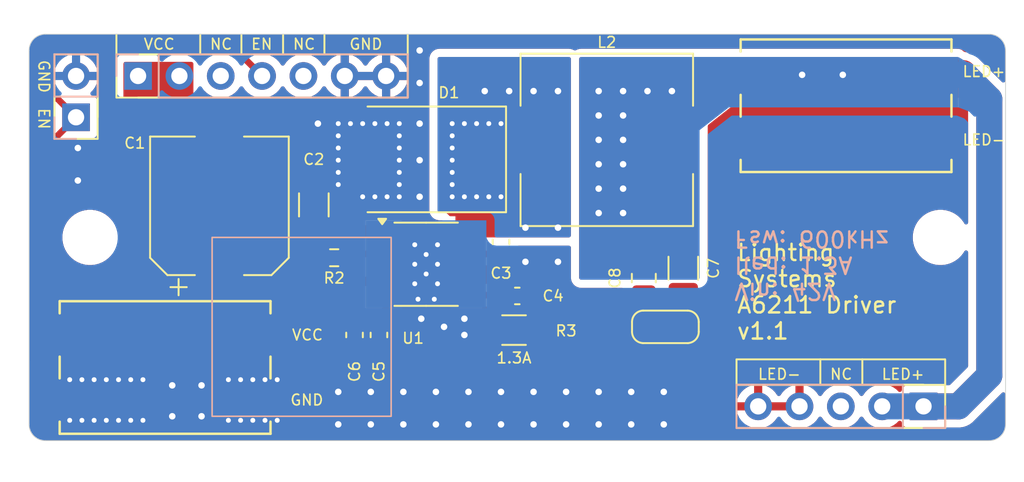
<source format=kicad_pcb>
(kicad_pcb (version 20240108) (generator "pcbnew") (generator_version "8.0")
  (layers (0 "F.Cu" signal) (31 "B.Cu" signal) (34 "B.Paste" user) (35 "F.Paste" user) (36 "B.SilkS" user "B.Silkscreen") (37 "F.SilkS" user "F.Silkscreen") (38 "B.Mask" user) (39 "F.Mask" user) (44 "Edge.Cuts" user))
  (net 0 "")
  (net 1 "VCC")
  (net 2 "GND")
  (net 3 "/BOOT")
  (net 4 "/VCC_INT")
  (net 5 "LED-")
  (net 6 "EN")
  (net 7 "LED+")
  (net 11 "Net-(U1-TON)")
  (net 12 "Net-(JP1-B)")
  (net 13 "/SW")
  (net 14 "Net-(JP1-A)")
  (footprint "Capacitor_SMD:C_0603_1608Metric" (layer "F.Cu") (at 163 129.1)
    (property "Reference" "C4" (at 2.2 0 0) (layer "F.SilkS") (effects (font (size 0.66 0.66) (thickness 0.1))))
    (property "Value" "100nF")
    (fp_line (start -0.14058 -0.51) (end 0.14058 -0.51) (stroke (width 0.12)) (layer "F.SilkS"))
    (fp_line (start -0.14058 0.51) (end 0.14058 0.51) (stroke (width 0.12)) (layer "F.SilkS"))
    (pad "1" smd roundrect (at -0.775 0) (size 0.9 0.95) (layers "F.Cu" "F.Paste" "F.Mask") (net 4 "/VCC_INT"))
    (pad "2" smd roundrect (at 0.775 0) (size 0.9 0.95) (layers "F.Cu" "F.Paste" "F.Mask") (net 2 "GND"))
  )
  (footprint "MountingHole:MountingHole_3.2mm_M3" (layer "F.Cu") (at 136.75 125.5)
    (property "Reference" "H2" (hide yes))
    (property "Value" "MountingHole")
    (pad "" np_thru_hole circle (at 0 0) (size 3.2 3.2) (drill 3.2) (layers "*.Cu" "*.Mask"))
  )
  (footprint "Jumper:SolderJumper-3_P1.3mm_Open_RoundedPad1.0x1.5mm_NumberLabels" (layer "F.Cu") (at 172.1 131)
    (property "Reference" "JP1" (hide yes))
    (property "Value" "Jumper_3_Open")
    (fp_line (start -2.05 0.3) (end -2.05 -0.3) (stroke (width 0.12)) (layer "F.SilkS"))
    (fp_line (start -1.4 -1) (end 1.4 -1) (stroke (width 0.12)) (layer "F.SilkS"))
    (fp_line (start 1.4 1) (end -1.4 1) (stroke (width 0.12)) (layer "F.SilkS"))
    (fp_line (start 2.05 -0.3) (end 2.05 0.3) (stroke (width 0.12)) (layer "F.SilkS"))
    (fp_arc (start -2.05 -0.3) (mid -1.844975 -0.794975) (end -1.35 -1) (stroke (width 0.12)) (layer "F.SilkS"))
    (fp_arc (start -1.35 1) (mid -1.844975 0.794975) (end -2.05 0.3) (stroke (width 0.12)) (layer "F.SilkS"))
    (fp_arc (start 1.35 -1) (mid 1.844975 -0.794975) (end 2.05 -0.3) (stroke (width 0.12)) (layer "F.SilkS"))
    (fp_arc (start 2.05 0.3) (mid 1.844975 0.794975) (end 1.35 1) (stroke (width 0.12)) (layer "F.SilkS"))
    (pad "1" smd custom (at -1.3 0) (size 1 0.5) (layers "F.Cu" "F.Mask") (net 14 "Net-(JP1-A)") (options (clearance outline) (anchor rect)) (primitives (gr_circle (center 0 0.25) (end 0.5 0.25) (width 0) (fill yes)) (gr_circle (center 0 -0.25) (end 0.5 -0.25) (width 0) (fill yes)) (gr_poly (pts (xy 0.55 0.75) (xy 0 0.75) (xy 0 -0.75) (xy 0.55 -0.75)) (width 0) (fill yes))))
    (pad "2" smd rect (at 0 0) (size 1 1.5) (layers "F.Cu" "F.Mask") (net 5 "LED-"))
    (pad "3" smd custom (at 1.3 0) (size 1 0.5) (layers "F.Cu" "F.Mask") (net 12 "Net-(JP1-B)") (options (clearance outline) (anchor rect)) (primitives (gr_circle (center 0 0.25) (end 0.5 0.25) (width 0) (fill yes)) (gr_circle (center 0 -0.25) (end 0.5 -0.25) (width 0) (fill yes)) (gr_poly (pts (xy 0 0.75) (xy -0.55 0.75) (xy -0.55 -0.75) (xy 0 -0.75)) (width 0) (fill yes))))
  )
  (footprint "Resistor_SMD:R_1206_3216Metric" (layer "F.Cu") (at 162.8 131.2 180)
    (property "Reference" "R3" (at -3.2 -0.05 180) (layer "F.SilkS") (effects (font (size 0.66 0.66) (thickness 0.1))))
    (property "Value" "0.15R")
    (fp_line (start -0.727064 0.91) (end 0.727064 0.91) (stroke (width 0.12)) (layer "F.SilkS"))
    (fp_line (start -0.727064 -0.91) (end 0.727064 -0.91) (stroke (width 0.12)) (layer "F.SilkS"))
    (pad "1" smd roundrect (at -1.4625 0 180) (size 1.125 1.75) (layers "F.Cu" "F.Paste" "F.Mask") (roundrect_rratio 0.222222) (net 5 "LED-"))
    (pad "2" smd roundrect (at 1.4625 0 180) (size 1.125 1.75) (layers "F.Cu" "F.Paste" "F.Mask") (roundrect_rratio 0.222222) (net 2 "GND"))
  )
  (footprint "Capacitor_SMD:C_1206_3216Metric" (layer "F.Cu") (at 173.2 127.4 -90)
    (property "Reference" "C7" (at 0 -1.85 90) (layer "F.SilkS") (effects (font (size 0.66 0.66) (thickness 0.1))))
    (property "Value" "2.2uF")
    (fp_line (start -0.711252 0.91) (end 0.711252 0.91) (stroke (width 0.12)) (layer "F.SilkS"))
    (fp_line (start -0.711252 -0.91) (end 0.711252 -0.91) (stroke (width 0.12)) (layer "F.SilkS"))
    (pad "1" smd roundrect (at -1.475 0 270) (size 1.15 1.8) (layers "F.Cu" "F.Paste" "F.Mask") (roundrect_rratio 0.217391) (net 7 "LED+"))
    (pad "2" smd roundrect (at 1.475 0 270) (size 1.15 1.8) (layers "F.Cu" "F.Paste" "F.Mask") (roundrect_rratio 0.217391) (net 12 "Net-(JP1-B)"))
  )
  (footprint "Capacitor_SMD:C_1206_3216Metric" (layer "F.Cu") (at 150.5 123.5 90)
    (property "Reference" "C2" (at 2.8 0 180) (layer "F.SilkS") (effects (font (size 0.66 0.66) (thickness 0.1))))
    (property "Value" "4.7uF")
    (fp_line (start -0.711252 -0.91) (end 0.711252 -0.91) (stroke (width 0.12)) (layer "F.SilkS"))
    (fp_line (start -0.711252 0.91) (end 0.711252 0.91) (stroke (width 0.12)) (layer "F.SilkS"))
    (pad "1" smd roundrect (at -1.475 0 90) (size 1.15 1.8) (layers "F.Cu" "F.Paste" "F.Mask") (roundrect_rratio 0.217391) (net 1 "VCC"))
    (pad "2" smd roundrect (at 1.475 0 90) (size 1.15 1.8) (layers "F.Cu" "F.Paste" "F.Mask") (roundrect_rratio 0.217391) (net 2 "GND"))
  )
  (footprint "Capacitor_SMD:C_0603_1608Metric" (layer "F.Cu") (at 162 125.775 -90)
    (property "Reference" "C3" (at 1.925 0 180) (layer "F.SilkS") (effects (font (size 0.66 0.66) (thickness 0.1))))
    (property "Value" "47nF")
    (fp_line (start -0.14058 0.51) (end 0.14058 0.51) (stroke (width 0.12)) (layer "F.SilkS"))
    (fp_line (start -0.14058 -0.51) (end 0.14058 -0.51) (stroke (width 0.12)) (layer "F.SilkS"))
    (pad "1" smd roundrect (at -0.775 0 270) (size 0.9 0.95) (layers "F.Cu" "F.Paste" "F.Mask") (net 13 "/SW"))
    (pad "2" smd roundrect (at 0.775 0 270) (size 0.9 0.95) (layers "F.Cu" "F.Paste" "F.Mask") (net 3 "/BOOT"))
  )
  (footprint "Inductor_SMD:L_10.4x10.4_H4.8" (layer "F.Cu") (at 168.5 119.5)
    (property "Reference" "L2" (at 0 -6 0) (layer "F.SilkS") (effects (font (size 0.66 0.66) (thickness 0.1))))
    (property "Value" "10uH")
    (fp_line (start -5.3 -5.3) (end 5.3 -5.3) (stroke (width 0.12)) (layer "F.SilkS"))
    (fp_line (start -5.3 -2.1) (end -5.3 -5.3) (stroke (width 0.12)) (layer "F.SilkS"))
    (fp_line (start -5.3 5.3) (end -5.3 2.1) (stroke (width 0.12)) (layer "F.SilkS"))
    (fp_line (start 5.3 -5.3) (end 5.3 -2.1) (stroke (width 0.12)) (layer "F.SilkS"))
    (fp_line (start 5.3 2.1) (end 5.3 5.3) (stroke (width 0.12)) (layer "F.SilkS"))
    (fp_line (start 5.3 5.3) (end -5.3 5.3) (stroke (width 0.12)) (layer "F.SilkS"))
    (pad "1" smd rect (at -4.15 0) (size 2.7 3.6) (layers "F.Cu" "F.Paste" "F.Mask") (net 13 "/SW"))
    (pad "2" smd rect (at 4.15 0) (size 2.7 3.6) (layers "F.Cu" "F.Paste" "F.Mask") (net 7 "LED+"))
  )
  (footprint "MountingHole:MountingHole_3.2mm_M3" (layer "F.Cu") (at 189 125.5)
    (property "Reference" "H1" (hide yes))
    (property "Value" "MountingHole")
    (pad "" np_thru_hole circle (at 0 0) (size 3.2 3.2) (drill 3.2) (layers "*.Cu" "*.Mask"))
  )
  (footprint "Capacitor_SMD:CP_Elec_8x10" (layer "F.Cu") (at 144.7 123.5575 90)
    (property "Reference" "C1" (at 3.8575 -5.2 180) (layer "F.SilkS") (effects (font (size 0.66 0.66) (thickness 0.1))))
    (property "Value" "47uF")
    (fp_line (start 4.26 -4.26) (end 4.26 -1.51) (stroke (width 0.12)) (layer "F.SilkS"))
    (fp_line (start -3.195563 -4.26) (end 4.26 -4.26) (stroke (width 0.12)) (layer "F.SilkS"))
    (fp_line (start -4.26 -3.195563) (end -3.195563 -4.26) (stroke (width 0.12)) (layer "F.SilkS"))
    (fp_line (start -4.26 -3.195563) (end -4.26 -1.51) (stroke (width 0.12)) (layer "F.SilkS"))
    (fp_line (start -5 -3.01) (end -5 -2.01) (stroke (width 0.12)) (layer "F.SilkS"))
    (fp_line (start -5.5 -2.51) (end -4.5 -2.51) (stroke (width 0.12)) (layer "F.SilkS"))
    (fp_line (start -4.26 3.195563) (end -4.26 1.51) (stroke (width 0.12)) (layer "F.SilkS"))
    (fp_line (start -4.26 3.195563) (end -3.195563 4.26) (stroke (width 0.12)) (layer "F.SilkS"))
    (fp_line (start 4.26 4.26) (end 4.26 1.51) (stroke (width 0.12)) (layer "F.SilkS"))
    (fp_line (start -3.195563 4.26) (end 4.26 4.26) (stroke (width 0.12)) (layer "F.SilkS"))
    (pad "1" smd roundrect (at -3.25 0 90) (size 3.5 2.5) (layers "F.Cu" "F.Paste" "F.Mask") (roundrect_rratio 0.1) (net 1 "VCC"))
    (pad "2" smd roundrect (at 3.25 0 90) (size 3.5 2.5) (layers "F.Cu" "F.Paste" "F.Mask") (roundrect_rratio 0.1) (net 2 "GND"))
  )
  (footprint "Resistor_SMD:R_0603_1608Metric_Pad0.98x0.95mm_HandSolder" (layer "F.Cu") (at 151.75 126.75)
    (property "Reference" "R2" (at 0 1.25 0) (layer "F.SilkS") (effects (font (size 0.66 0.66) (thickness 0.1))))
    (property "Value" "120k")
    (fp_line (start -0.254724 -0.5225) (end 0.254724 -0.5225) (stroke (width 0.12)) (layer "F.SilkS"))
    (fp_line (start -0.254724 0.5225) (end 0.254724 0.5225) (stroke (width 0.12)) (layer "F.SilkS"))
    (pad "1" smd roundrect (at -0.9125 0) (size 0.975 0.95) (layers "F.Cu" "F.Paste" "F.Mask") (net 1 "VCC"))
    (pad "2" smd roundrect (at 0.9125 0) (size 0.975 0.95) (layers "F.Cu" "F.Paste" "F.Mask") (net 11 "Net-(U1-TON)"))
  )
  (footprint "Capacitor_SMD:C_0805_2012Metric" (layer "F.Cu") (at 170.775 128 -90)
    (property "Reference" "C8" (at 0 1.775 270) (layer "F.SilkS") (effects (font (size 0.66 0.66) (thickness 0.1))))
    (property "Value" "470nF")
    (fp_line (start -0.261252 0.735) (end 0.261252 0.735) (stroke (width 0.12)) (layer "F.SilkS"))
    (fp_line (start -0.261252 -0.735) (end 0.261252 -0.735) (stroke (width 0.12)) (layer "F.SilkS"))
    (pad "1" smd roundrect (at -0.95 0 270) (size 1 1.45) (layers "F.Cu" "F.Paste" "F.Mask") (net 7 "LED+"))
    (pad "2" smd roundrect (at 0.95 0 270) (size 1 1.45) (layers "F.Cu" "F.Paste" "F.Mask") (net 14 "Net-(JP1-A)"))
  )
  (footprint "MHCI:2060-452-998-404 Wago" (layer "F.Cu") (at 183.2 117.4 90)
    (property "Reference" "J1" (hide yes))
    (property "Value" "Conn_01x02")
    (fp_line (start 4.077 -6.477) (end 3.332741 -6.477) (stroke (width 0.1524)) (layer "F.SilkS"))
    (fp_line (start 0.667261 -6.477) (end -0.667261 -6.477) (stroke (width 0.1524)) (layer "F.SilkS"))
    (fp_line (start -3.332741 -6.477) (end -4.077 -6.477) (stroke (width 0.1524)) (layer "F.SilkS"))
    (fp_line (start -4.077 -6.477) (end -4.077 6.477) (stroke (width 0.1524)) (layer "F.SilkS"))
    (fp_line (start 4.077 6.477) (end 4.077 -6.477) (stroke (width 0.1524)) (layer "F.SilkS"))
    (fp_line (start 3.332741 6.477) (end 4.077 6.477) (stroke (width 0.1524)) (layer "F.SilkS"))
    (fp_line (start -0.667261 6.477) (end 0.667261 6.477) (stroke (width 0.1524)) (layer "F.SilkS"))
    (fp_line (start -4.077 6.477) (end -3.332741 6.477) (stroke (width 0.1524)) (layer "F.SilkS"))
    (pad "1" smd rect (at -2.000001 -5.405001 90) (size 2 3.500001) (layers "F.Cu" "F.Paste" "F.Mask") (net 5 "LED-"))
    (pad "1" smd rect (at -2.000001 3.844999 90) (size 2 6) (layers "F.Cu" "F.Paste" "F.Mask") (net 5 "LED-"))
    (pad "2" smd rect (at 2.000001 -5.405001 90) (size 2 3.500001) (layers "F.Cu" "F.Paste" "F.Mask") (net 7 "LED+"))
    (pad "2" smd rect (at 2.000001 3.844999 90) (size 2 6) (layers "F.Cu" "F.Paste" "F.Mask") (net 7 "LED+"))
  )
  (footprint "Capacitor_SMD:C_0603_1608Metric" (layer "F.Cu") (at 154.5 131.5 -90)
    (property "Reference" "C5" (at 2.25 0 90) (layer "F.SilkS") (effects (font (size 0.66 0.66) (thickness 0.1))))
    (property "Value" "100nF")
    (fp_line (start -0.140581 0.51) (end 0.140581 0.51) (stroke (width 0.12)) (layer "F.SilkS"))
    (fp_line (start -0.140581 -0.51) (end 0.140581 -0.51) (stroke (width 0.12)) (layer "F.SilkS"))
    (pad "1" smd roundrect (at -0.775 0 270) (size 0.9 0.95) (layers "F.Cu" "F.Paste" "F.Mask") (net 5 "LED-"))
    (pad "2" smd roundrect (at 0.775 0 270) (size 0.9 0.95) (layers "F.Cu" "F.Paste" "F.Mask") (net 2 "GND"))
  )
  (footprint "Diode_SMD:D_SMC" (layer "F.Cu") (at 157.4 120.7 180)
    (property "Reference" "D1" (at -1.4 4.1 180) (layer "F.SilkS") (effects (font (size 0.66 0.66) (thickness 0.1))))
    (property "Value" "D_Schottky")
    (fp_line (start -4.91 3.25) (end 3.599999 3.25) (stroke (width 0.12)) (layer "F.SilkS"))
    (fp_line (start -4.91 3.25) (end -4.91 -3.25) (stroke (width 0.12)) (layer "F.SilkS"))
    (fp_line (start -4.91 -3.25) (end 3.599999 -3.25) (stroke (width 0.12)) (layer "F.SilkS"))
    (pad "1" smd roundrect (at -3.4 0 270) (size 3.3 2.5) (layers "F.Cu" "F.Paste" "F.Mask") (roundrect_rratio 0.1) (net 13 "/SW"))
    (pad "2" smd roundrect (at 3.4 0 270) (size 3.3 2.5) (layers "F.Cu" "F.Paste" "F.Mask") (roundrect_rratio 0.1) (net 2 "GND"))
  )
  (footprint "Capacitor_SMD:C_0603_1608Metric" (layer "F.Cu") (at 153 131.5 -90)
    (property "Reference" "C6" (at 2.25 0 90) (layer "F.SilkS") (effects (font (size 0.66 0.66) (thickness 0.1))))
    (property "Value" "10nF")
    (fp_line (start -0.140581 0.51) (end 0.140581 0.51) (stroke (width 0.12)) (layer "F.SilkS"))
    (fp_line (start -0.140581 -0.51) (end 0.140581 -0.51) (stroke (width 0.12)) (layer "F.SilkS"))
    (pad "1" smd roundrect (at -0.775 0 270) (size 0.9 0.95) (layers "F.Cu" "F.Paste" "F.Mask") (net 6 "EN"))
    (pad "2" smd roundrect (at 0.775 0 270) (size 0.9 0.95) (layers "F.Cu" "F.Paste" "F.Mask") (net 2 "GND"))
  )
  (footprint "Package_SO:SOIC-8-1EP_3.9x4.9mm_P1.27mm_EP2.41x3.3mm_ThermalVias" (layer "F.Cu") (at 157.4 127.15)
    (property "Reference" "U1" (at -0.8 4.55 0) (layer "F.SilkS") (effects (font (size 0.66 0.66) (thickness 0.1))))
    (property "Value" "A6211")
    (fp_line (start 0 -2.56) (end -1.95 -2.56) (stroke (width 0.12)) (layer "F.SilkS"))
    (fp_line (start 0 -2.56) (end 1.95 -2.56) (stroke (width 0.12)) (layer "F.SilkS"))
    (fp_line (start 0 2.56) (end -1.95 2.56) (stroke (width 0.12)) (layer "F.SilkS"))
    (fp_line (start 0 2.56) (end 1.95 2.56) (stroke (width 0.12)) (layer "F.SilkS"))
    (fp_poly (pts (xy -2.7 -2.465) (xy -2.94 -2.795) (xy -2.46 -2.795) (xy -2.7 -2.465)) (stroke (width 0.12)) (fill solid) (layer "F.SilkS"))
    (pad "1" smd roundrect (at -2.475 -1.905) (size 1.95 0.6) (layers "F.Cu" "F.Paste" "F.Mask") (net 1 "VCC"))
    (pad "2" smd roundrect (at -2.475 -0.635) (size 1.95 0.6) (layers "F.Cu" "F.Paste" "F.Mask") (net 11 "Net-(U1-TON)"))
    (pad "3" smd roundrect (at -2.475 0.635) (size 1.95 0.6) (layers "F.Cu" "F.Paste" "F.Mask") (net 6 "EN"))
    (pad "4" smd roundrect (at -2.475 1.905) (size 1.95 0.6) (layers "F.Cu" "F.Paste" "F.Mask") (net 5 "LED-"))
    (pad "5" smd roundrect (at 2.475 1.905) (size 1.95 0.6) (layers "F.Cu" "F.Paste" "F.Mask") (net 4 "/VCC_INT"))
    (pad "6" smd roundrect (at 2.475 0.635) (size 1.95 0.6) (layers "F.Cu" "F.Paste" "F.Mask") (net 2 "GND"))
    (pad "7" smd roundrect (at 2.475 -0.635) (size 1.95 0.6) (layers "F.Cu" "F.Paste" "F.Mask") (net 3 "/BOOT"))
    (pad "8" smd roundrect (at 2.475 -1.905) (size 1.95 0.6) (layers "F.Cu" "F.Paste" "F.Mask") (net 13 "/SW"))
    (pad "9" thru_hole circle (at -0.7 -1.2) (size 0.5 0.5) (drill 0.3) (property pad_prop_heatsink) (layers "*.Cu") (net 2 "GND"))
    (pad "9" thru_hole circle (at -0.7 0) (size 0.5 0.5) (drill 0.3) (property pad_prop_heatsink) (layers "*.Cu") (net 2 "GND"))
    (pad "9" thru_hole circle (at -0.7 1.2) (size 0.5 0.5) (drill 0.3) (property pad_prop_heatsink) (layers "*.Cu") (net 2 "GND"))
    (pad "9" thru_hole circle (at 0 -0.6) (size 0.5 0.5) (drill 0.3) (property pad_prop_heatsink) (layers "*.Cu") (net 2 "GND"))
    (pad "9" smd rect (at 0 0) (size 1.9 2.9) (property pad_prop_heatsink) (layers "B.Cu") (net 2 "GND"))
    (pad "9" smd rect (at 0 0) (size 2.41 3.3) (property pad_prop_heatsink) (layers "F.Cu" "F.Mask") (net 2 "GND"))
    (pad "9" thru_hole circle (at 0 0.6) (size 0.5 0.5) (drill 0.3) (property pad_prop_heatsink) (layers "*.Cu") (net 2 "GND"))
    (pad "9" thru_hole circle (at 0.7 -1.2) (size 0.5 0.5) (drill 0.3) (property pad_prop_heatsink) (layers "*.Cu") (net 2 "GND"))
    (pad "9" thru_hole circle (at 0.7 0) (size 0.5 0.5) (drill 0.3) (property pad_prop_heatsink) (layers "*.Cu") (net 2 "GND"))
    (pad "9" thru_hole circle (at 0.7 1.2) (size 0.5 0.5) (drill 0.3) (property pad_prop_heatsink) (layers "*.Cu") (net 2 "GND"))
  )
  (footprint "MHCI:2060-452-998-404 Wago" (layer "F.Cu") (at 141.361 133.499999 -90)
    (property "Reference" "J2" (hide yes))
    (property "Value" "Conn_01x02")
    (fp_line (start -4.077 6.477) (end -3.332741 6.477) (stroke (width 0.1524)) (layer "F.SilkS"))
    (fp_line (start -0.667261 6.477) (end 0.667261 6.477) (stroke (width 0.1524)) (layer "F.SilkS"))
    (fp_line (start 3.332741 6.477) (end 4.077 6.477) (stroke (width 0.1524)) (layer "F.SilkS"))
    (fp_line (start 4.077 6.477) (end 4.077 -6.477) (stroke (width 0.1524)) (layer "F.SilkS"))
    (fp_line (start -4.077 -6.477) (end -4.077 6.477) (stroke (width 0.1524)) (layer "F.SilkS"))
    (fp_line (start -3.332741 -6.477) (end -4.077 -6.477) (stroke (width 0.1524)) (layer "F.SilkS"))
    (fp_line (start 0.667261 -6.477) (end -0.667261 -6.477) (stroke (width 0.1524)) (layer "F.SilkS"))
    (fp_line (start 4.077 -6.477) (end 3.332741 -6.477) (stroke (width 0.1524)) (layer "F.SilkS"))
    (pad "1" smd rect (at -2.000001 -5.405001 270) (size 2 3.500001) (layers "F.Cu" "F.Paste" "F.Mask") (net 1 "VCC"))
    (pad "1" smd rect (at -2.000001 3.844999 270) (size 2 6) (layers "F.Cu" "F.Paste" "F.Mask") (net 1 "VCC"))
    (pad "2" smd rect (at 2.000001 -5.405001 270) (size 2 3.500001) (layers "F.Cu" "F.Paste" "F.Mask") (net 2 "GND"))
    (pad "2" smd rect (at 2.000001 3.844999 270) (size 2 6) (layers "F.Cu" "F.Paste" "F.Mask") (net 2 "GND"))
  )
  (footprint "MHCI:HSB02-101007" (layer "B.Cu") (at 149.75 131 -90)
    (property "Reference" "HS1" (hide yes))
    (property "Value" "Heatsink")
    (fp_rect (start 5.5 -5.5) (end -5.5 5.5) (stroke (width 0.1)) (fill none) (layer "B.SilkS"))
  )
  (footprint "Connector_PinHeader_2.54mm:PinHeader_1x02_P2.54mm_Vertical" (layer "B.Cu") (at 135.89 118.11)
    (property "Reference" "J5" (hide yes))
    (property "Value" "Conn_01x02")
    (fp_line (start -1.33 -3.87) (end -1.33 -1.27) (stroke (width 0.12)) (layer "B.SilkS"))
    (fp_line (start -1.33 1.33) (end -1.33 0) (stroke (width 0.12)) (layer "B.SilkS"))
    (fp_line (start 0 1.33) (end -1.33 1.33) (stroke (width 0.12)) (layer "B.SilkS"))
    (fp_line (start 1.33 -3.87) (end -1.33 -3.87) (stroke (width 0.12)) (layer "B.SilkS"))
    (fp_line (start 1.33 -3.87) (end 1.33 -1.27) (stroke (width 0.12)) (layer "B.SilkS"))
    (fp_line (start 1.33 -1.27) (end -1.33 -1.27) (stroke (width 0.12)) (layer "B.SilkS"))
    (pad "1" thru_hole rect (at 0 0) (size 1.7 1.7) (drill 1) (layers "*.Cu" "*.Mask") (net 6 "EN"))
    (pad "2" thru_hole oval (at 0 -2.54) (size 1.7 1.7) (drill 1) (layers "*.Cu" "*.Mask") (net 2 "GND"))
  )
  (footprint "Connector_PinHeader_2.54mm:PinHeader_1x05_P2.54mm_Vertical" (layer "B.Cu") (at 187.96 135.89 90)
    (property "Reference" "J4" (hide yes))
    (property "Value" "Conn_01x05")
    (fp_line (start 1.33 -11.49) (end -1.33 -11.49) (stroke (width 0.12)) (layer "B.SilkS"))
    (fp_line (start 1.33 -11.49) (end 1.33 -1.27) (stroke (width 0.12)) (layer "B.SilkS"))
    (fp_line (start -1.33 -11.49) (end -1.33 -1.27) (stroke (width 0.12)) (layer "B.SilkS"))
    (fp_line (start 1.33 -1.27) (end -1.33 -1.27) (stroke (width 0.12)) (layer "B.SilkS"))
    (fp_line (start 0 1.33) (end -1.33 1.33) (stroke (width 0.12)) (layer "B.SilkS"))
    (fp_line (start -1.33 1.33) (end -1.33 0) (stroke (width 0.12)) (layer "B.SilkS"))
    (pad "1" thru_hole rect (at 0 0 90) (size 1.7 1.7) (drill 1) (layers "*.Cu" "*.Mask") (net 7 "LED+"))
    (pad "2" thru_hole oval (at 0 -2.54 90) (size 1.7 1.7) (drill 1) (layers "*.Cu" "*.Mask") (net 7 "LED+"))
    (pad "3" thru_hole oval (at 0 -5.08 90) (size 1.7 1.7) (drill 1) (layers "*.Cu" "*.Mask"))
    (pad "4" thru_hole oval (at 0 -7.62 90) (size 1.7 1.7) (drill 1) (layers "*.Cu" "*.Mask") (net 5 "LED-"))
    (pad "5" thru_hole oval (at 0 -10.16 90) (size 1.7 1.7) (drill 1) (layers "*.Cu" "*.Mask") (net 5 "LED-"))
  )
  (footprint "Connector_PinHeader_2.54mm:PinHeader_1x07_P2.54mm_Vertical" (layer "B.Cu") (at 139.7 115.57 -90)
    (property "Reference" "J3" (hide yes))
    (property "Value" "Conn_01x07")
    (fp_line (start -1.33 1.33) (end -1.33 0) (stroke (width 0.12)) (layer "B.SilkS"))
    (fp_line (start 0 1.33) (end -1.33 1.33) (stroke (width 0.12)) (layer "B.SilkS"))
    (fp_line (start 1.33 -1.27) (end -1.33 -1.27) (stroke (width 0.12)) (layer "B.SilkS"))
    (fp_line (start -1.33 -16.57) (end -1.33 -1.27) (stroke (width 0.12)) (layer "B.SilkS"))
    (fp_line (start 1.33 -16.57) (end 1.33 -1.27) (stroke (width 0.12)) (layer "B.SilkS"))
    (fp_line (start 1.33 -16.57) (end -1.33 -16.57) (stroke (width 0.12)) (layer "B.SilkS"))
    (pad "1" thru_hole rect (at 0 0 270) (size 1.7 1.7) (drill 1) (layers "*.Cu" "*.Mask") (net 1 "VCC"))
    (pad "2" thru_hole oval (at 0 -2.54 270) (size 1.7 1.7) (drill 1) (layers "*.Cu" "*.Mask") (net 1 "VCC"))
    (pad "3" thru_hole oval (at 0 -5.08 270) (size 1.7 1.7) (drill 1) (layers "*.Cu" "*.Mask"))
    (pad "4" thru_hole oval (at 0 -7.62 270) (size 1.7 1.7) (drill 1) (layers "*.Cu" "*.Mask") (net 6 "EN"))
    (pad "5" thru_hole oval (at 0 -10.16 270) (size 1.7 1.7) (drill 1) (layers "*.Cu" "*.Mask"))
    (pad "6" thru_hole oval (at 0 -12.7 270) (size 1.7 1.7) (drill 1) (layers "*.Cu" "*.Mask") (net 2 "GND"))
    (pad "7" thru_hole oval (at 0 -15.24 270) (size 1.7 1.7) (drill 1) (layers "*.Cu" "*.Mask") (net 2 "GND"))
  )
  (gr_line (start 186.69 134.56) (end 187.96 134.56) (stroke (width 0.12)) (layer "F.SilkS"))
  (gr_line (start 186.69 137.22) (end 189.29 137.22) (stroke (width 0.12)) (layer "F.SilkS"))
  (gr_line (start 137.22 116.84) (end 137.22 118.11) (stroke (width 0.12)) (layer "F.SilkS"))
  (gr_rect (start 138.37 114.24) (end 156.27 116.9) (stroke (width 0.12)) (fill none) (layer "F.SilkS"))
  (gr_line (start 143.52 114.24) (end 143.52 113.04) (stroke (width 0.12)) (layer "F.SilkS"))
  (gr_line (start 138.37 114.24) (end 138.37 115.57) (stroke (width 0.12)) (layer "F.SilkS"))
  (gr_line (start 138.37 114.24) (end 138.37 113.04) (stroke (width 0.12)) (layer "F.SilkS"))
  (gr_line (start 151.15 114.24) (end 151.15 113.04) (stroke (width 0.12)) (layer "F.SilkS"))
  (gr_line (start 140.97 114.24) (end 138.37 114.24) (stroke (width 0.12)) (layer "F.SilkS"))
  (gr_line (start 181.62 134.56) (end 181.62 133) (stroke (width 0.12)) (layer "F.SilkS"))
  (gr_line (start 189.29 137.22) (end 189.29 135.89) (stroke (width 0.12)) (layer "F.SilkS"))
  (gr_line (start 156.27 114.25) (end 156.27 113.05) (stroke (width 0.12)) (layer "F.SilkS"))
  (gr_line (start 148.61 114.24) (end 148.61 113.04) (stroke (width 0.12)) (layer "F.SilkS"))
  (gr_line (start 176.47 134.57) (end 176.47 133.01) (stroke (width 0.12)) (layer "F.SilkS"))
  (gr_line (start 189.26 133) (end 176.47 133) (stroke (width 0.12)) (layer "F.SilkS"))
  (gr_line (start 134.56 116.84) (end 134.56 119.44) (stroke (width 0.12)) (layer "F.SilkS"))
  (gr_line (start 139.7 116.9) (end 140.97 116.9) (stroke (width 0.12)) (layer "F.SilkS"))
  (gr_line (start 134.56 119.44) (end 135.89 119.44) (stroke (width 0.12)) (layer "F.SilkS"))
  (gr_rect (start 176.47 134.57) (end 189.29 137.22) (stroke (width 0.12)) (fill none) (layer "F.SilkS"))
  (gr_line (start 184.2 134.56) (end 184.2 133) (stroke (width 0.12)) (layer "F.SilkS"))
  (gr_line (start 189.29 134.56) (end 189.29 133) (stroke (width 0.12)) (layer "F.SilkS"))
  (gr_rect (start 134.56 114.24) (end 137.22 119.44) (stroke (width 0.12)) (fill none) (layer "F.SilkS"))
  (gr_line (start 146.05 114.24) (end 146.05 113.04) (stroke (width 0.12)) (layer "F.SilkS"))
  (gr_line (start 134 138) (end 192 138) (stroke (width 0.05)) (layer "Edge.Cuts"))
  (gr_arc (start 133 114) (mid 133.292893 113.292893) (end 134 113) (stroke (width 0.05)) (layer "Edge.Cuts"))
  (gr_line (start 193 114) (end 193 137) (stroke (width 0.05)) (layer "Edge.Cuts"))
  (gr_arc (start 192 113) (mid 192.707107 113.292893) (end 193 114) (stroke (width 0.05)) (layer "Edge.Cuts"))
  (gr_arc (start 193 137) (mid 192.707107 137.707107) (end 192 138) (stroke (width 0.05)) (layer "Edge.Cuts"))
  (gr_line (start 133 114) (end 133 137) (stroke (width 0.05)) (layer "Edge.Cuts"))
  (gr_arc (start 134 138) (mid 133.292893 137.707107) (end 133 137) (stroke (width 0.05)) (layer "Edge.Cuts"))
  (gr_line (start 192 113) (end 134 113) (stroke (width 0.05)) (layer "Edge.Cuts"))
  (gr_text "Vin: 42V\nIled: 1.3A\nFsw: 600kHz" (at 176.25 125 180) (layer "B.SilkS") (effects (font (size 1 1)) (justify left bottom mirror)))
  (gr_text "LED-" (at 179.1 134.3 0) (layer "F.SilkS") (effects (font (size 0.66 0.66) (thickness 0.1)) (justify bottom)))
  (gr_text "1.3A" (at 162.8 133.3 0) (layer "F.SilkS") (effects (font (size 0.66 0.66) (thickness 0.1)) (justify bottom)))
  (gr_text "LED+" (at 190.3 115.3 0) (layer "F.SilkS") (effects (font (size 0.66 0.66) (thickness 0.1)) (justify left)))
  (gr_text "Lighting\nSystems\nA6211 Driver\nv1.1" (at 176.42 131.85 0) (layer "F.SilkS") (effects (font (size 1 1)) (justify left bottom)))
  (gr_text "GND" (at 153.7 114 0) (layer "F.SilkS") (effects (font (size 0.66 0.66) (thickness 0.1)) (justify bottom)))
  (gr_text "VCC" (at 149.1 131.5 0) (layer "F.SilkS") (effects (font (size 0.66 0.66) (thickness 0.1)) (justify left)))
  (gr_text "NC" (at 149.9 114 0) (layer "F.SilkS") (effects (font (size 0.66 0.66) (thickness 0.1)) (justify bottom)))
  (gr_text "NC" (at 182.9 134.3 0) (layer "F.SilkS") (effects (font (size 0.66 0.66) (thickness 0.1)) (justify bottom)))
  (gr_text "VCC" (at 141 114 0) (layer "F.SilkS") (effects (font (size 0.66 0.66) (thickness 0.1)) (justify bottom)))
  (gr_text "LED+" (at 186.7 134.3 0) (layer "F.SilkS") (effects (font (size 0.66 0.66) (thickness 0.1)) (justify bottom)))
  (gr_text "GND" (at 149 135.5 0) (layer "F.SilkS") (effects (font (size 0.66 0.66) (thickness 0.1)) (justify left)))
  (gr_text "EN" (at 134.3 118.2 270) (layer "F.SilkS") (effects (font (size 0.66 0.66) (thickness 0.1)) (justify top)))
  (gr_text "LED-" (at 190.3 119.5 0) (layer "F.SilkS") (effects (font (size 0.66 0.66) (thickness 0.1)) (justify left)))
  (gr_text "NC" (at 144.8 114 0) (layer "F.SilkS") (effects (font (size 0.66 0.66) (thickness 0.1)) (justify bottom)))
  (gr_text "GND" (at 134.3 115.6 270) (layer "F.SilkS") (effects (font (size 0.66 0.66) (thickness 0.1)) (justify top)))
  (gr_text "EN" (at 147.3 114 0) (layer "F.SilkS") (effects (font (size 0.66 0.66) (thickness 0.1)) (justify bottom)))
  (segment (start 150.8375 126.75) (end 150.8375 125.3125) (width 0.4) (layer "F.Cu") (net 1))
  (segment (start 150.8875 125.3625) (end 150.5 124.975) (width 0.4) (layer "F.Cu") (net 1))
  (segment (start 150.8375 125.3125) (end 150.5 124.975) (width 0.4) (layer "F.Cu") (net 1))
  (via (at 165.5 127) (size 0.9) (drill 0.4) (layers "F.Cu" "B.Cu") (net 2))
  (via (at 155.75 118.5) (size 0.5) (drill 0.3) (layers "F.Cu" "B.Cu") (net 2))
  (via (at 136 122) (size 0.9) (drill 0.4) (layers "F.Cu" "B.Cu") (net 2))
  (via (at 159.75 131.5) (size 0.9) (drill 0.4) (layers "F.Cu" "B.Cu") (net 2))
  (via (at 146 134.25) (size 0.5) (drill 0.3) (layers "F.Cu" "B.Cu") (net 2))
  (via (at 154 135) (size 0.9) (drill 0.4) (layers "F.Cu" "B.Cu") (net 2))
  (via (at 170 137) (size 0.9) (drill 0.4) (layers "F.Cu" "B.Cu") (net 2))
  (via (at 166 135) (size 0.9) (drill 0.4) (layers "F.Cu" "B.Cu") (net 2))
  (via (at 153.5 123) (size 0.5) (drill 0.3) (layers "F.Cu" "B.Cu") (net 2))
  (via (at 153.5 118.5) (size 0.5) (drill 0.3) (layers "F.Cu" "B.Cu") (net 2))
  (via (at 136.25 136.75) (size 0.5) (drill 0.3) (layers "F.Cu" "B.Cu") (net 2))
  (via (at 156.9 129.3) (size 0.5) (drill 0.3) (layers "F.Cu" "B.Cu") (net 2))
  (via (at 157 116) (size 0.9) (drill 0.4) (layers "F.Cu" "B.Cu") (net 2))
  (via (at 152 137) (size 0.9) (drill 0.4) (layers "F.Cu" "B.Cu") (net 2))
  (via (at 137.75 136.75) (size 0.5) (drill 0.3) (layers "F.Cu" "B.Cu") (net 2))
  (via (at 148.25 136.75) (size 0.5) (drill 0.3) (layers "F.Cu" "B.Cu") (net 2))
  (via (at 136 120) (size 0.9) (drill 0.4) (layers "F.Cu" "B.Cu") (net 2))
  (via (at 164 135) (size 0.9) (drill 0.4) (layers "F.Cu" "B.Cu") (net 2))
  (via (at 139.25 136.75) (size 0.5) (drill 0.3) (layers "F.Cu" "B.Cu") (net 2))
  (via (at 137 136.75) (size 0.5) (drill 0.3) (layers "F.Cu" "B.Cu") (net 2))
  (via (at 143.6 136.5) (size 0.9) (drill 0.4) (layers "F.Cu" "B.Cu") (net 2))
  (via (at 154.25 123) (size 0.5) (drill 0.3) (layers "F.Cu" "B.Cu") (net 2))
  (via (at 168 137) (size 0.9) (drill 0.4) (layers "F.Cu" "B.Cu") (net 2))
  (via (at 140 136.75) (size 0.5) (drill 0.3) (layers "F.Cu" "B.Cu") (net 2))
  (via (at 157 123) (size 0.9) (drill 0.4) (layers "F.Cu" "B.Cu") (net 2))
  (via (at 152 121.5) (size 0.5) (drill 0.3) (layers "F.Cu" "B.Cu") (net 2))
  (via (at 147.5 134.25) (size 0.5) (drill 0.3) (layers "F.Cu" "B.Cu") (net 2))
  (via (at 141.8 134.6) (size 0.9) (drill 0.4) (layers "F.Cu" "B.Cu") (net 2))
  (via (at 146.75 134.25) (size 0.5) (drill 0.3) (layers "F.Cu" "B.Cu") (net 2))
  (via (at 154.25 118.5) (size 0.5) (drill 0.3) (layers "F.Cu" "B.Cu") (net 2))
  (via (at 157 114) (size 0.9) (drill 0.4) (layers "F.Cu" "B.Cu") (net 2))
  (via (at 160 137) (size 0.9) (drill 0.4) (layers "F.Cu" "B.Cu") (net 2))
  (via (at 138.5 134.25) (size 0.5) (drill 0.3) (layers "F.Cu" "B.Cu") (net 2))
  (via (at 157 120.75) (size 0.9) (drill 0.4) (layers "F.Cu" "B.Cu") (net 2))
  (via (at 164 137) (size 0.9) (drill 0.4) (layers "F.Cu" "B.Cu") (net 2))
  (via (at 152 120.75) (size 0.5) (drill 0.3) (layers "F.Cu" "B.Cu") (net 2))
  (via (at 158 135) (size 0.9) (drill 0.4) (layers "F.Cu" "B.Cu") (net 2))
  (via (at 172 135) (size 0.9) (drill 0.4) (layers "F.Cu" "B.Cu") (net 2))
  (via (at 152 119.25) (size 0.5) (drill 0.3) (layers "F.Cu" "B.Cu") (net 2))
  (via (at 157.1 130.5) (size 0.9) (drill 0.4) (layers "F.Cu" "B.Cu") (net 2))
  (via (at 155.75 120.75) (size 0.5) (drill 0.3) (layers "F.Cu" "B.Cu") (net 2))
  (via (at 163.5 127) (size 0.9) (drill 0.4) (layers "F.Cu" "B.Cu") (net 2))
  (via (at 136.25 134.25) (size 0.5) (drill 0.3) (layers "F.Cu" "B.Cu") (net 2))
  (via (at 146 136.75) (size 0.5) (drill 0.3) (layers "F.Cu" "B.Cu") (net 2))
  (via (at 158 137) (size 0.9) (drill 0.4) (layers "F.Cu" "B.Cu") (net 2))
  (via (at 162 135) (size 0.9) (drill 0.4) (layers "F.Cu" "B.Cu") (net 2))
  (via (at 146.75 136.75) (size 0.5) (drill 0.3) (layers "F.Cu" "B.Cu") (net 2))
  (via (at 137.75 134.25) (size 0.5) (drill 0.3) (layers "F.Cu" "B.Cu") (net 2))
  (via (at 159.75 130.5) (size 0.9) (drill 0.4) (layers "F.Cu" "B.Cu") (net 2))
  (via (at 135.5 134.25) (size 0.5) (drill 0.3) (layers "F.Cu" "B.Cu") (net 2))
  (via (at 154 137) (size 0.9) (drill 0.4) (layers "F.Cu" "B.Cu") (net 2))
  (via (at 170 135) (size 0.9) (drill 0.4) (layers "F.Cu" "B.Cu") (net 2))
  (via (at 157.9 129.3) (size 0.5) (drill 0.3) (layers "F.Cu" "B.Cu") (net 2))
  (via (at 147.5 136.75) (size 0.5) (drill 0.3) (layers "F.Cu" "B.Cu") (net 2))
  (via (at 172 137) (size 0.9) (drill 0.4) (layers "F.Cu" "B.Cu") (net 2))
  (via (at 143.6 134.6) (size 0.9) (drill 0.4) (layers "F.Cu" "B.Cu") (net 2))
  (via (at 150.75 118.5) (size 0.9) (drill 0.4) (layers "F.Cu" "B.Cu") (net 2))
  (via (at 156 135) (size 0.9) (drill 0.4) (layers "F.Cu" "B.Cu") (net 2))
  (via (at 155.75 123) (size 0.5) (drill 0.3) (layers "F.Cu" "B.Cu") (net 2))
  (via (at 155.75 120) (size 0.5) (drill 0.3) (layers "F.Cu" "B.Cu") (net 2))
  (via (at 156 137) (size 0.9) (drill 0.4) (layers "F.Cu" "B.Cu") (net 2))
  (via (at 152 122.25) (size 0.5) (drill 0.3) (layers "F.Cu" "B.Cu") (net 2))
  (via (at 148.25 134.25) (size 0.5) (drill 0.3) (layers "F.Cu" "B.Cu") (net 2))
  (via (at 145.25 136.75) (size 0.5) (drill 0.3) (layers "F.Cu" "B.Cu") (net 2))
  (via (at 155 118.5) (size 0.5) (drill 0.3) (layers "F.Cu" "B.Cu") (net 2))
  (via (at 138.5 136.75) (size 0.5) (drill 0.3) (layers "F.Cu" "B.Cu") (net 2))
  (via (at 152.75 118.5) (size 0.5) (drill 0.3) (layers "F.Cu" "B.Cu") (net 2))
  (via (at 158.5 131) (size 0.9) (drill 0.4) (layers "F.Cu" "B.Cu") (net 2))
  (via (at 168 135) (size 0.9) (drill 0.4) (layers "F.Cu" "B.Cu") (net 2))
  (via (at 155.75 121.5) (size 0.5) (drill 0.3) (layers "F.Cu" "B.Cu") (net 2))
  (via (at 157 118.5) (size 0.9) (drill 0.4) (layers "F.Cu" "B.Cu") (net 2))
  (via (at 145.25 134.25) (size 0.5) (drill 0.3) (layers "F.Cu" "B.Cu") (net 2))
  (via (at 139.25 134.25) (size 0.5) (drill 0.3) (layers "F.Cu" "B.Cu") (net 2))
  (via (at 155 123) (size 0.5) (drill 0.3) (layers "F.Cu" "B.Cu") (net 2))
  (via (at 160 135) (size 0.9) (drill 0.4) (layers "F.Cu" "B.Cu") (net 2))
  (via (at 135.5 136.75) (size 0.5) (drill 0.3) (layers "F.Cu" "B.Cu") (net 2))
  (via (at 152 118.5) (size 0.5) (drill 0.3) (layers "F.Cu" "B.Cu") (net 2))
  (via (at 162 137) (size 0.9) (drill 0.4) (layers "F.Cu" "B.Cu") (net 2))
  (via (at 140 134.25) (size 0.5) (drill 0.3) (layers "F.Cu" "B.Cu") (net 2))
  (via (at 152 120) (size 0.5) (drill 0.3) (layers "F.Cu" "B.Cu") (net 2))
  (via (at 137 134.25) (size 0.5) (drill 0.3) (layers "F.Cu" "B.Cu") (net 2))
  (via (at 155.75 119.25) (size 0.5) (drill 0.3) (layers "F.Cu" "B.Cu") (net 2))
  (via (at 141.8 136.5) (size 0.9) (drill 0.4) (layers "F.Cu" "B.Cu") (net 2))
  (via (at 155.75 122.25) (size 0.5) (drill 0.3) (layers "F.Cu" "B.Cu") (net 2))
  (via (at 166 137) (size 0.9) (drill 0.4) (layers "F.Cu" "B.Cu") (net 2))
  (via (at 152 135) (size 0.9) (drill 0.4) (layers "F.Cu" "B.Cu") (net 2))
  (segment (start 161.965 126.515) (end 162 126.55) (width 0.4) (layer "F.Cu") (net 3))
  (segment (start 159.875 126.515) (end 161.965 126.515) (width 0.4) (layer "F.Cu") (net 3))
  (segment (start 159.875 129.055) (end 162.18 129.055) (width 0.4) (layer "F.Cu") (net 4))
  (segment (start 162.18 129.055) (end 162.225 129.1) (width 0.4) (layer "F.Cu") (net 4))
  (segment (start 162.155 129.055) (end 162.35 129.25) (width 0.4) (layer "F.Cu") (net 4))
  (segment (start 154.925 129.055) (end 154.925 130) (width 0.4) (layer "F.Cu") (net 5))
  (segment (start 164.2625 131.2) (end 165.9625 132.9) (width 1) (layer "F.Cu") (net 5))
  (segment (start 154.925 130) (end 154.925 130.3) (width 0.4) (layer "F.Cu") (net 5))
  (segment (start 165.9625 132.9) (end 172.2 132.9) (width 1) (layer "F.Cu") (net 5))
  (segment (start 162.7125 132.75) (end 164.2625 131.2) (width 0.4) (layer "F.Cu") (net 5))
  (segment (start 154.925 130.3) (end 154.5 130.725) (width 0.4) (layer "F.Cu") (net 5))
  (segment (start 154.975 130.725) (end 157 132.75) (width 0.4) (layer "F.Cu") (net 5))
  (segment (start 154.975 130.05) (end 154.925 130) (width 0.4) (layer "F.Cu") (net 5))
  (segment (start 157 132.75) (end 162.7125 132.75) (width 0.4) (layer "F.Cu") (net 5))
  (segment (start 172.1 132.8) (end 172.2 132.9) (width 0.6) (layer "F.Cu") (net 5))
  (segment (start 172.1 131) (end 172.1 132.8) (width 0.6) (layer "F.Cu") (net 5))
  (segment (start 154.975 130.725) (end 154.975 130.05) (width 0.4) (layer "F.Cu") (net 5))
  (segment (start 154.5 130.725) (end 154.975 130.725) (width 0.4) (layer "F.Cu") (net 5))
  (segment (start 172.2 132.9) (end 175.8 132.9) (width 1) (layer "F.Cu") (net 5))
  (segment (start 133.7 120.3) (end 133.7 132.483997) (width 0.4) (layer "F.Cu") (net 6))
  (segment (start 154.1075 127.785) (end 153 128.8925) (width 0.4) (layer "F.Cu") (net 6))
  (segment (start 153 128.8925) (end 153 130.725) (width 0.4) (layer "F.Cu") (net 6))
  (segment (start 134 120) (end 135.89 118.11) (width 0.4) (layer "F.Cu") (net 6))
  (segment (start 133.7 132.483997) (end 134.416003 133.2) (width 0.4) (layer "F.Cu") (net 6))
  (segment (start 145.35 113.6) (end 135.1 113.6) (width 0.4) (layer "F.Cu") (net 6))
  (segment (start 133.7 120.3) (end 134 120) (width 0.4) (layer "F.Cu") (net 6))
  (segment (start 134.416003 133.2) (end 149.05 133.2) (width 0.4) (layer "F.Cu") (net 6))
  (segment (start 149.05 133.2) (end 151.525 130.725) (width 0.4) (layer "F.Cu") (net 6))
  (segment (start 133.7 115.92) (end 135.89 118.11) (width 0.4) (layer "F.Cu") (net 6))
  (segment (start 154.925 127.785) (end 154.1075 127.785) (width 0.4) (layer "F.Cu") (net 6))
  (segment (start 151.525 130.725) (end 153 130.725) (width 0.4) (layer "F.Cu") (net 6))
  (segment (start 147.32 115.57) (end 145.35 113.6) (width 0.4) (layer "F.Cu") (net 6))
  (segment (start 135.1 113.6) (end 133.7 115) (width 0.4) (layer "F.Cu") (net 6))
  (segment (start 133.7 115) (end 133.7 115.92) (width 0.4) (layer "F.Cu") (net 6))
  (segment (start 135.89 118.11) (end 136.41 118.11) (width 0.4) (layer "B.Cu") (net 6))
  (segment (start 192 134) (end 190.11 135.89) (width 1.6) (layer "F.Cu") (net 7))
  (segment (start 192 117) (end 192 134) (width 1.6) (layer "F.Cu") (net 7))
  (segment (start 190.399999 115.399999) (end 192 117) (width 1.6) (layer "F.Cu") (net 7))
  (segment (start 190.11 135.89) (end 187.96 135.89) (width 1.6) (layer "F.Cu") (net 7))
  (segment (start 187.044999 115.399999) (end 190.399999 115.399999) (width 1.6) (layer "F.Cu") (net 7))
  (via (at 168 122.5) (size 0.9) (drill 0.4) (layers "F.Cu" "B.Cu") (net 7))
  (via (at 183 115.5) (size 0.9) (drill 0.4) (layers "F.Cu" "B.Cu") (net 7))
  (via (at 169.5 116.5) (size 0.9) (drill 0.4) (layers "F.Cu" "B.Cu") (net 7))
  (via (at 169.5 118) (size 0.9) (drill 0.4) (layers "F.Cu" "B.Cu") (net 7))
  (via (at 180.5 115.5) (size 0.9) (drill 0.4) (layers "F.Cu" "B.Cu") (net 7))
  (via (at 168 121) (size 0.9) (drill 0.4) (layers "F.Cu" "B.Cu") (net 7))
  (via (at 172.5 116.5) (size 0.9) (drill 0.4) (layers "F.Cu" "B.Cu") (net 7))
  (via (at 168 118) (size 0.9) (drill 0.4) (layers "F.Cu" "B.Cu") (net 7))
  (via (at 171 116.5) (size 0.9) (drill 0.4) (layers "F.Cu" "B.Cu") (net 7))
  (via (at 169.5 122.5) (size 0.9) (drill 0.4) (layers "F.Cu" "B.Cu") (net 7))
  (via (at 169.5 124) (size 0.9) (drill 0.4) (layers "F.Cu" "B.Cu") (net 7))
  (via (at 169.5 121) (size 0.9) (drill 0.4) (layers "F.Cu" "B.Cu") (net 7))
  (via (at 168 124) (size 0.9) (drill 0.4) (layers "F.Cu" "B.Cu") (net 7))
  (via (at 169.5 119.5) (size 0.9) (drill 0.4) (layers "F.Cu" "B.Cu") (net 7))
  (via (at 168 116.5) (size 0.9) (drill 0.4) (layers "F.Cu" "B.Cu") (net 7))
  (via (at 168 119.5) (size 0.9) (drill 0.4) (layers "F.Cu" "B.Cu") (net 7))
  (segment (start 190.11 135.89) (end 192 134) (width 1.6) (layer "B.Cu") (net 7))
  (segment (start 187.96 135.89) (end 190.11 135.89) (width 1.6) (layer "B.Cu") (net 7))
  (segment (start 187.96 135.89) (end 185.42 135.89) (width 1.6) (layer "B.Cu") (net 7))
  (segment (start 192 134) (end 192 117) (width 1.6) (layer "B.Cu") (net 7))
  (segment (start 190.5 115.5) (end 183 115.5) (width 1.6) (layer "B.Cu") (net 7))
  (segment (start 192 117) (end 190.5 115.5) (width 1.6) (layer "B.Cu") (net 7))
  (segment (start 154.925 126.515) (end 152.8975 126.515) (width 0.4) (layer "F.Cu") (net 11))
  (segment (start 152.8975 126.515) (end 152.6625 126.75) (width 0.4) (layer "F.Cu") (net 11))
  (segment (start 173.4 129.075) (end 173.2 128.875) (width 0.6) (layer "F.Cu") (net 12))
  (segment (start 173.4 131) (end 173.4 129.075) (width 0.6) (layer "F.Cu") (net 12))
  (segment (start 159.875 125.245) (end 161.755 125.245) (width 0.4) (layer "F.Cu") (net 13))
  (segment (start 161.755 125.245) (end 162 125) (width 0.4) (layer "F.Cu") (net 13))
  (via (at 164 116.5) (size 0.9) (drill 0.4) (layers "F.Cu" "B.Cu") (net 13))
  (via (at 161.25 118.5) (size 0.5) (drill 0.3) (layers "F.Cu" "B.Cu") (net 13))
  (via (at 159.75 123) (size 0.5) (drill 0.3) (layers "F.Cu" "B.Cu") (net 13))
  (via (at 160.5 123) (size 0.5) (drill 0.3) (layers "F.Cu" "B.Cu") (net 13))
  (via (at 161 116.5) (size 0.9) (drill 0.4) (layers "F.Cu" "B.Cu") (net 13))
  (via (at 160.5 118.5) (size 0.5) (drill 0.3) (layers "F.Cu" "B.Cu") (net 13))
  (via (at 162.5 116.5) (size 0.9) (drill 0.4) (layers "F.Cu" "B.Cu") (net 13))
  (via (at 159 120.75) (size 0.5) (drill 0.3) (layers "F.Cu" "B.Cu") (net 13))
  (via (at 162 123) (size 0.5) (drill 0.3) (layers "F.Cu" "B.Cu") (net 13))
  (via (at 159.75 118.5) (size 0.5) (drill 0.3) (layers "F.Cu" "B.Cu") (net 13))
  (via (at 165.5 116.5) (size 0.9) (drill 0.4) (layers "F.Cu" "B.Cu") (net 13))
  (via (at 165.5 124.9) (size 0.9) (drill 0.4) (layers "F.Cu" "B.Cu") (net 13))
  (via (at 159 122.25) (size 0.5) (drill 0.3) (layers "F.Cu" "B.Cu") (net 13))
  (via (at 159 121.5) (size 0.5) (drill 0.3) (layers "F.Cu" "B.Cu") (net 13))
  (via (at 161.25 123) (size 0.5) (drill 0.3) (layers "F.Cu" "B.Cu") (net 13))
  (via (at 159 119.25) (size 0.5) (drill 0.3) (layers "F.Cu" "B.Cu") (net 13))
  (via (at 159 123) (size 0.5) (drill 0.3) (layers "F.Cu" "B.Cu") (net 13))
  (via (at 163.5 124.9) (size 0.9) (drill 0.4) (layers "F.Cu" "B.Cu") (net 13))
  (via (at 159 118.5) (size 0.5) (drill 0.3) (layers "F.Cu" "B.Cu") (net 13))
  (via (at 159 120) (size 0.5) (drill 0.3) (layers "F.Cu" "B.Cu") (net 13))
  (via (at 162 118.5) (size 0.5) (drill 0.3) (layers "F.Cu" "B.Cu") (net 13))
  (segment (start 170.8 128.975) (end 170.775 128.95) (width 0.6) (layer "F.Cu") (net 14))
  (segment (start 170.8 131) (end 170.8 128.975) (width 0.6) (layer "F.Cu") (net 14))
  (zone (net 1) (net_name "VCC") (layer "F.Cu") (priority 4) (connect_pads thru_hole_only (clearance 0.5)) (min_thickness 0.25) (fill yes (thermal_gap 0.5) (thermal_bridge_width 0.5))
    (polygon (pts (xy 134.5 132.5) (xy 134.5 128.5) (xy 138.8 128.55) (xy 146.25 125.55) (xy 150.75 125.5) (xy 150.75 130) (xy 148.5 132.5)))
  )
  (zone (net 1) (net_name "VCC") (layer "F.Cu") (priority 3) (connect_pads yes (clearance 0.5)) (min_thickness 0.25) (fill yes (thermal_gap 0.5) (thermal_bridge_width 0.5))
    (polygon (pts (xy 155.9 125.55) (xy 155.9 124.95) (xy 153.9 124.95) (xy 151.9 123.05) (xy 143.1 123.05) (xy 143.1 114.7) (xy 138.8 114.7) (xy 138.8 116.4) (xy 138.8 128.55) (xy 146.25 128.55) (xy 146.25 125.55) (xy 151.4 125.55) (xy 151.8 125.55)))
  )
  (zone (net 5) (net_name "LED-") (layer "F.Cu") (priority 7) (connect_pads thru_hole_only (clearance 0.5)) (min_thickness 0.25) (fill yes (thermal_gap 0.5) (thermal_bridge_width 0.5))
    (polygon (pts (xy 176.1 117.5) (xy 174.7 118.6) (xy 174.7 128.1) (xy 174.7 128) (xy 174.7 136.7) (xy 191.5 136.8) (xy 191.6 117.5)))
  )
  (zone (net 0) (net_name "") (layer "F.Cu") (connect_pads yes (clearance 0)) (min_thickness 0.25)
    (keepout (tracks allowed) (vias allowed) (pads allowed) (copperpour not_allowed) (footprints allowed))
    (fill (thermal_gap 0.5) (thermal_bridge_width 0.5))
    (polygon (pts (xy 158.4 125) (xy 158.4 124.2) (xy 159.2 124.2) (xy 159.2 125)))
  )
  (zone (net 7) (net_name "LED+") (layers "F&B.Cu") (priority 5) (connect_pads yes (clearance 0.5)) (min_thickness 0.25) (fill yes (thermal_gap 0.5) (thermal_bridge_width 0.5))
    (polygon (pts (xy 190.1 114.4) (xy 190.1 117.5) (xy 176 117.5) (xy 174.2 118.9) (xy 174.2 128.1) (xy 172.3 128.1) (xy 166.8 128.1) (xy 166.8 114.4)))
  )
  (zone (net 2) (net_name "GND") (layers "F&B.Cu") (connect_pads thru_hole_only (clearance 0.5)) (min_thickness 0.25) (fill yes (thermal_gap 0.5) (thermal_bridge_width 0.5) (island_removal_mode 2) (island_area_min 10))
    (polygon (pts (xy 132 112) (xy 194 112) (xy 194 139) (xy 132 139)))
  )
  (zone (net 13) (net_name "/SW") (layers "F&B.Cu") (priority 1) (connect_pads thru_hole_only (clearance 0.5)) (min_thickness 0.25) (fill yes (thermal_gap 0.5) (thermal_bridge_width 0.5))
    (polygon (pts (xy 158.1 125.5) (xy 158.1 114.4) (xy 166.8 114.4) (xy 166.8 125.5)))
  )
  (zone (net 2) (net_name "GND") (layers "F&B.Cu") (priority 2) (connect_pads yes (clearance 0.5)) (min_thickness 0.25) (fill yes (thermal_gap 0.5) (thermal_bridge_width 0.5) (island_removal_mode 2) (island_area_min 10))
    (polygon (pts (xy 153.7 124.45) (xy 161.1 124.45) (xy 161.1 129.85) (xy 153.7 129.85)))
  )
  (zone (net 7) (net_name "LED+") (layer "B.Cu") (priority 6) (connect_pads thru_hole_only (clearance 0.5)) (min_thickness 0.25) (fill yes (thermal_gap 0.5) (thermal_bridge_width 0.5))
    (polygon (pts (xy 190.1 114.4) (xy 191.25 115.1) (xy 191.25 118.25) (xy 190.75 117.75) (xy 190.1 117.5)))
  )
)
</source>
